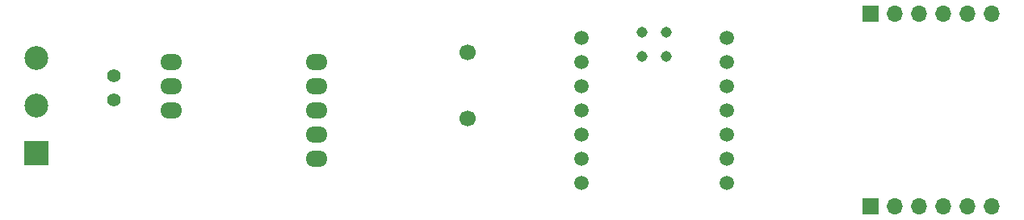
<source format=gbs>
%TF.GenerationSoftware,KiCad,Pcbnew,8.0.3*%
%TF.CreationDate,2024-07-22T20:15:05+05:30*%
%TF.ProjectId,learn_modbus_v1,6c656172-6e5f-46d6-9f64-6275735f7631,rev?*%
%TF.SameCoordinates,Original*%
%TF.FileFunction,Soldermask,Bot*%
%TF.FilePolarity,Negative*%
%FSLAX46Y46*%
G04 Gerber Fmt 4.6, Leading zero omitted, Abs format (unit mm)*
G04 Created by KiCad (PCBNEW 8.0.3) date 2024-07-22 20:15:05*
%MOMM*%
%LPD*%
G01*
G04 APERTURE LIST*
%ADD10O,2.300000X1.700000*%
%ADD11C,1.400000*%
%ADD12R,2.500000X2.500000*%
%ADD13C,2.500000*%
%ADD14C,1.500000*%
%ADD15C,1.143000*%
%ADD16C,1.700000*%
%ADD17R,1.700000X1.700000*%
%ADD18O,1.700000X1.700000*%
G04 APERTURE END LIST*
D10*
%TO.C,U3*%
X114220000Y-72820000D03*
X114220000Y-75360000D03*
X114220000Y-77900000D03*
X114220000Y-80440000D03*
X114220000Y-82980000D03*
X98980000Y-77900000D03*
X98980000Y-75360000D03*
X98980000Y-72820000D03*
%TD*%
D11*
%TO.C,JP1*%
X92900000Y-74250000D03*
X92900000Y-76790000D03*
%TD*%
D12*
%TO.C,J3*%
X84800000Y-82400000D03*
D13*
X84800000Y-77400000D03*
X84800000Y-72400000D03*
%TD*%
D14*
%TO.C,U2*%
X141980000Y-70280000D03*
X141980000Y-72820000D03*
X141980000Y-75360000D03*
X141980000Y-77900000D03*
X141980000Y-80440000D03*
X141980000Y-82980000D03*
X141980000Y-85520000D03*
X157220000Y-85520000D03*
X157220000Y-82980000D03*
X157220000Y-80440000D03*
X157220000Y-77900000D03*
X157220000Y-75360000D03*
X157220000Y-72820000D03*
X157220000Y-70280000D03*
D15*
X148330000Y-69645000D03*
X150870000Y-69645000D03*
X148330000Y-72185000D03*
X150870000Y-72185000D03*
%TD*%
D16*
%TO.C,J1*%
X130000000Y-71750000D03*
X130000000Y-78750000D03*
%TD*%
D17*
%TO.C,U1*%
X172300000Y-88000000D03*
D18*
X174840000Y-88000000D03*
X177380000Y-88000000D03*
X179920000Y-88000000D03*
X182460000Y-88000000D03*
X185000000Y-88000000D03*
X185000000Y-67700000D03*
X182460000Y-67700000D03*
X179920000Y-67700000D03*
X177380000Y-67700000D03*
X174840000Y-67700000D03*
D17*
X172300000Y-67700000D03*
%TD*%
M02*

</source>
